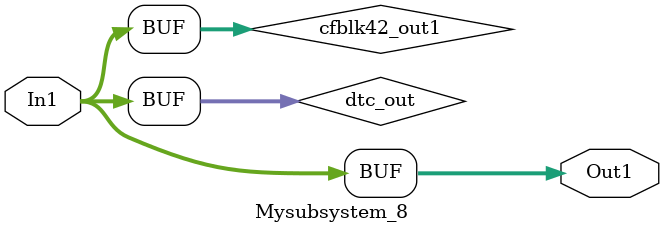
<source format=v>



`timescale 1 ns / 1 ns

module Mysubsystem_8
          (In1,
           Out1);


  input   [7:0] In1;  // uint8
  output  [7:0] Out1;  // uint8


  wire [7:0] dtc_out;  // ufix8
  wire [7:0] cfblk42_out1;  // uint8


  assign dtc_out = In1;



  assign cfblk42_out1 = dtc_out;



  assign Out1 = cfblk42_out1;

endmodule  // Mysubsystem_8


</source>
